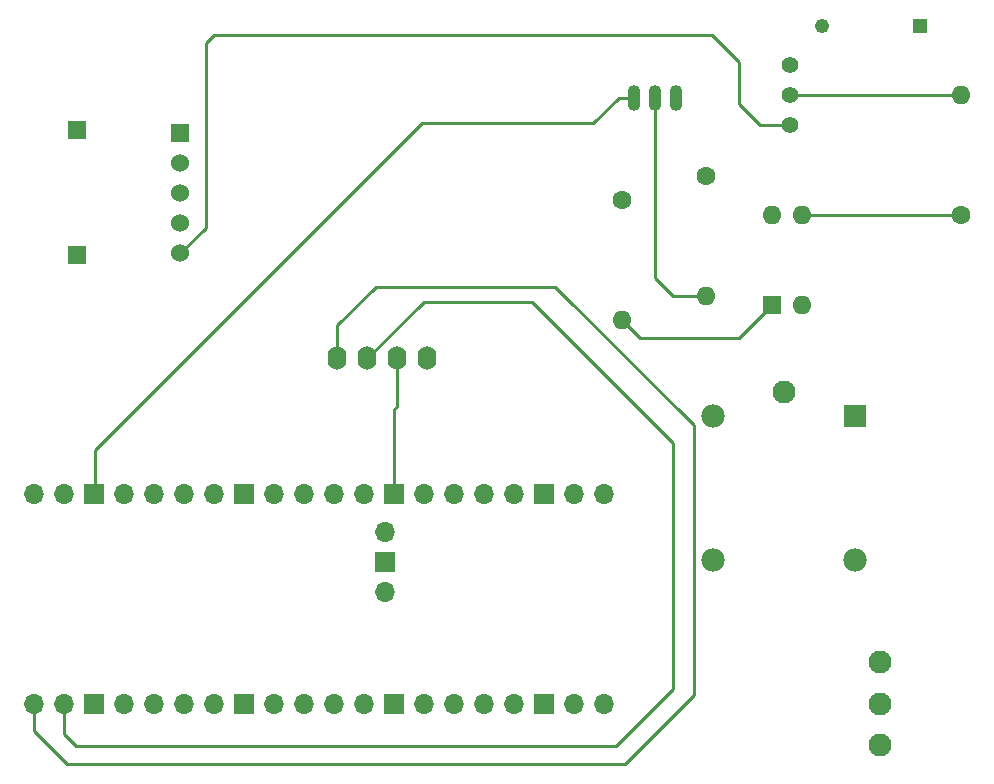
<source format=gbl>
%TF.GenerationSoftware,KiCad,Pcbnew,(6.0.11)*%
%TF.CreationDate,2023-04-01T22:46:31+02:00*%
%TF.ProjectId,thermostat,74686572-6d6f-4737-9461-742e6b696361,v01*%
%TF.SameCoordinates,Original*%
%TF.FileFunction,Copper,L2,Bot*%
%TF.FilePolarity,Positive*%
%FSLAX46Y46*%
G04 Gerber Fmt 4.6, Leading zero omitted, Abs format (unit mm)*
G04 Created by KiCad (PCBNEW (6.0.11)) date 2023-04-01 22:46:31*
%MOMM*%
%LPD*%
G01*
G04 APERTURE LIST*
%TA.AperFunction,ComponentPad*%
%ADD10O,1.600000X2.000000*%
%TD*%
%TA.AperFunction,ComponentPad*%
%ADD11C,1.238000*%
%TD*%
%TA.AperFunction,ComponentPad*%
%ADD12R,1.238000X1.238000*%
%TD*%
%TA.AperFunction,ComponentPad*%
%ADD13C,1.422400*%
%TD*%
%TA.AperFunction,ComponentPad*%
%ADD14C,1.600000*%
%TD*%
%TA.AperFunction,ComponentPad*%
%ADD15O,1.600000X1.600000*%
%TD*%
%TA.AperFunction,ComponentPad*%
%ADD16O,1.100000X2.200000*%
%TD*%
%TA.AperFunction,ComponentPad*%
%ADD17R,1.600000X1.600000*%
%TD*%
%TA.AperFunction,ComponentPad*%
%ADD18R,1.980000X1.980000*%
%TD*%
%TA.AperFunction,ComponentPad*%
%ADD19C,1.980000*%
%TD*%
%TA.AperFunction,ComponentPad*%
%ADD20C,1.935000*%
%TD*%
%TA.AperFunction,ComponentPad*%
%ADD21R,1.524000X1.524000*%
%TD*%
%TA.AperFunction,ComponentPad*%
%ADD22C,1.524000*%
%TD*%
%TA.AperFunction,ComponentPad*%
%ADD23C,1.950000*%
%TD*%
%TA.AperFunction,ComponentPad*%
%ADD24O,1.700000X1.700000*%
%TD*%
%TA.AperFunction,ComponentPad*%
%ADD25R,1.700000X1.700000*%
%TD*%
%TA.AperFunction,Conductor*%
%ADD26C,0.254000*%
%TD*%
G04 APERTURE END LIST*
D10*
%TO.P,Brd1,1,VCC*%
%TO.N,Net-(A1-Pad40)*%
X60008000Y-55812000D03*
%TO.P,Brd1,2,GND*%
%TO.N,GND*%
X57468000Y-55812000D03*
%TO.P,Brd1,3,SCL*%
%TO.N,Net-(A1-Pad2)*%
X54928000Y-55812000D03*
%TO.P,Brd1,4,SDA*%
%TO.N,Net-(A1-Pad1)*%
X52388000Y-55812000D03*
%TD*%
D11*
%TO.P,D1,A*%
%TO.N,Net-(D1-PadA)*%
X93390000Y-27686000D03*
D12*
%TO.P,D1,C*%
%TO.N,/MicroUSB connector/VBUS*%
X101682000Y-27686000D03*
%TD*%
D13*
%TO.P,T1,B*%
%TO.N,Net-(R3-Pad2)*%
X90677993Y-33528000D03*
%TO.P,T1,C*%
%TO.N,Net-(K1-PadA2)*%
X90677993Y-30988000D03*
%TO.P,T1,E*%
%TO.N,GND2*%
X90677993Y-36068000D03*
%TD*%
D14*
%TO.P,R2,1*%
%TO.N,Net-(A1-Pad36)*%
X76454000Y-42418000D03*
D15*
%TO.P,R2,2*%
%TO.N,Net-(R2-Pad2)*%
X76454000Y-52578000D03*
%TD*%
D16*
%TO.P,U1,1,GND*%
%TO.N,GND*%
X77478000Y-33766000D03*
%TO.P,U1,2,DQ*%
%TO.N,Net-(A1-Pad27)*%
X79248000Y-33766000D03*
%TO.P,U1,3,VDD*%
%TO.N,Net-(A1-Pad40)*%
X81018000Y-33766000D03*
%TD*%
D17*
%TO.P,U2,1*%
%TO.N,Net-(R2-Pad2)*%
X89149000Y-51298000D03*
D15*
%TO.P,U2,2*%
%TO.N,Net-(A1-Pad24)*%
X91689000Y-51298000D03*
%TO.P,U2,3*%
%TO.N,Net-(R3-Pad1)*%
X91689000Y-43678000D03*
%TO.P,U2,4*%
%TO.N,/MicroUSB connector/VBUS*%
X89149000Y-43678000D03*
%TD*%
D18*
%TO.P,K1,A1*%
%TO.N,Net-(J6-Pad5)*%
X96170000Y-60702000D03*
D19*
%TO.P,K1,A2*%
%TO.N,Net-(K1-PadA2)*%
X84170000Y-60702000D03*
D20*
%TO.P,K1,COM*%
%TO.N,Net-(K1-PadCOM)*%
X90170000Y-58702000D03*
D19*
%TO.P,K1,NC*%
%TO.N,Net-(K1-PadNC)*%
X96170000Y-72902000D03*
%TO.P,K1,NO*%
%TO.N,Net-(K1-PadNO)*%
X84170000Y-72902000D03*
%TD*%
D21*
%TO.P,J3,1,VBUS*%
%TO.N,/MicroUSB connector/VBUS*%
X39076000Y-36750000D03*
D22*
%TO.P,J3,2,D-*%
%TO.N,/MicroUSB connector/D-*%
X39076000Y-39290000D03*
%TO.P,J3,3,D+*%
%TO.N,/MicroUSB connector/D+*%
X39076000Y-41830000D03*
%TO.P,J3,4,ID*%
%TO.N,/MicroUSB connector/ID*%
X39076000Y-44370000D03*
%TO.P,J3,5,GND*%
%TO.N,GND2*%
X39076000Y-46910000D03*
D21*
%TO.P,J3,6,Shield*%
%TO.N,unconnected-(J3-Pad6)*%
X30326000Y-36530000D03*
%TO.P,J3,7*%
%TO.N,N/C*%
X30326000Y-47130000D03*
%TD*%
D14*
%TO.P,R1,1*%
%TO.N,Net-(A1-Pad40)*%
X83566000Y-40386000D03*
D15*
%TO.P,R1,2*%
%TO.N,Net-(A1-Pad27)*%
X83566000Y-50546000D03*
%TD*%
D14*
%TO.P,R3,1*%
%TO.N,Net-(R3-Pad1)*%
X105156000Y-43688000D03*
D15*
%TO.P,R3,2*%
%TO.N,Net-(R3-Pad2)*%
X105156000Y-33528000D03*
%TD*%
D23*
%TO.P,J1,1*%
%TO.N,Net-(K1-PadNO)*%
X98298000Y-88590000D03*
%TO.P,J1,2*%
%TO.N,Net-(K1-PadCOM)*%
X98298000Y-85090000D03*
%TO.P,J1,3*%
%TO.N,Net-(K1-PadNC)*%
X98298000Y-81590000D03*
%TD*%
D24*
%TO.P,A1,1,GPIO0*%
%TO.N,Net-(A1-Pad1)*%
X26670000Y-85090000D03*
%TO.P,A1,2,GPIO1*%
%TO.N,Net-(A1-Pad2)*%
X29210000Y-85090000D03*
D25*
%TO.P,A1,3,GND*%
%TO.N,GND*%
X31750000Y-85090000D03*
D24*
%TO.P,A1,4,GPIO2*%
%TO.N,unconnected-(A1-Pad4)*%
X34290000Y-85090000D03*
%TO.P,A1,5,GPIO3*%
%TO.N,unconnected-(A1-Pad5)*%
X36830000Y-85090000D03*
%TO.P,A1,6,GPIO4*%
%TO.N,unconnected-(A1-Pad6)*%
X39370000Y-85090000D03*
%TO.P,A1,7,GPIO5*%
%TO.N,unconnected-(A1-Pad7)*%
X41910000Y-85090000D03*
D25*
%TO.P,A1,8,GND*%
%TO.N,GND*%
X44450000Y-85090000D03*
D24*
%TO.P,A1,9,GPIO6*%
%TO.N,unconnected-(A1-Pad9)*%
X46990000Y-85090000D03*
%TO.P,A1,10,GPIO7*%
%TO.N,unconnected-(A1-Pad10)*%
X49530000Y-85090000D03*
%TO.P,A1,11,GPIO8*%
%TO.N,unconnected-(A1-Pad11)*%
X52070000Y-85090000D03*
%TO.P,A1,12,GPIO9*%
%TO.N,unconnected-(A1-Pad12)*%
X54610000Y-85090000D03*
D25*
%TO.P,A1,13,GND*%
%TO.N,GND*%
X57150000Y-85090000D03*
D24*
%TO.P,A1,14,GPIO10*%
%TO.N,unconnected-(A1-Pad14)*%
X59690000Y-85090000D03*
%TO.P,A1,15,GPIO11*%
%TO.N,unconnected-(A1-Pad15)*%
X62230000Y-85090000D03*
%TO.P,A1,16,GPIO12*%
%TO.N,unconnected-(A1-Pad16)*%
X64770000Y-85090000D03*
%TO.P,A1,17,GPIO13*%
%TO.N,unconnected-(A1-Pad17)*%
X67310000Y-85090000D03*
D25*
%TO.P,A1,18,GND*%
%TO.N,GND*%
X69850000Y-85090000D03*
D24*
%TO.P,A1,19,GPIO14*%
%TO.N,unconnected-(A1-Pad19)*%
X72390000Y-85090000D03*
%TO.P,A1,20,GPIO15*%
%TO.N,unconnected-(A1-Pad20)*%
X74930000Y-85090000D03*
%TO.P,A1,21,GPIO16*%
%TO.N,unconnected-(A1-Pad21)*%
X74930000Y-67310000D03*
%TO.P,A1,22,GPIO17*%
%TO.N,unconnected-(A1-Pad22)*%
X72390000Y-67310000D03*
D25*
%TO.P,A1,23,GND*%
%TO.N,GND*%
X69850000Y-67310000D03*
D24*
%TO.P,A1,24,GPIO18*%
%TO.N,Net-(A1-Pad24)*%
X67310000Y-67310000D03*
%TO.P,A1,25,GPIO19*%
%TO.N,unconnected-(A1-Pad25)*%
X64770000Y-67310000D03*
%TO.P,A1,26,GPIO20*%
%TO.N,unconnected-(A1-Pad26)*%
X62230000Y-67310000D03*
%TO.P,A1,27,GPIO21*%
%TO.N,Net-(A1-Pad27)*%
X59690000Y-67310000D03*
D25*
%TO.P,A1,28,GND*%
%TO.N,GND*%
X57150000Y-67310000D03*
D24*
%TO.P,A1,29,GPIO22*%
%TO.N,unconnected-(A1-Pad29)*%
X54610000Y-67310000D03*
%TO.P,A1,30,RUN*%
%TO.N,unconnected-(A1-Pad30)*%
X52070000Y-67310000D03*
%TO.P,A1,31,GPIO26_ADC0*%
%TO.N,unconnected-(A1-Pad31)*%
X49530000Y-67310000D03*
%TO.P,A1,32,GPIO27_ADC1*%
%TO.N,unconnected-(A1-Pad32)*%
X46990000Y-67310000D03*
D25*
%TO.P,A1,33,AGND*%
%TO.N,unconnected-(A1-Pad33)*%
X44450000Y-67310000D03*
D24*
%TO.P,A1,34,GPIO28_ADC2*%
%TO.N,unconnected-(A1-Pad34)*%
X41910000Y-67310000D03*
%TO.P,A1,35,ADC_VREF*%
%TO.N,unconnected-(A1-Pad35)*%
X39370000Y-67310000D03*
%TO.P,A1,36,3V3*%
%TO.N,Net-(A1-Pad36)*%
X36830000Y-67310000D03*
%TO.P,A1,37,3V3_EN*%
%TO.N,unconnected-(A1-Pad37)*%
X34290000Y-67310000D03*
D25*
%TO.P,A1,38,GND*%
%TO.N,GND*%
X31750000Y-67310000D03*
D24*
%TO.P,A1,39,VSYS*%
%TO.N,unconnected-(A1-Pad39)*%
X29210000Y-67310000D03*
%TO.P,A1,40,VBUS*%
%TO.N,Net-(A1-Pad40)*%
X26670000Y-67310000D03*
%TO.P,A1,41,SWCLK*%
%TO.N,unconnected-(A1-Pad41)*%
X56400000Y-75615900D03*
D25*
%TO.P,A1,42,SWGND*%
%TO.N,unconnected-(A1-Pad42)*%
X56400000Y-73075900D03*
D24*
%TO.P,A1,43,SWDIO*%
%TO.N,unconnected-(A1-Pad43)*%
X56400000Y-70535900D03*
%TD*%
D26*
%TO.N,Net-(A1-Pad1)*%
X26670000Y-87376000D02*
X29464000Y-90170000D01*
X52388000Y-55812000D02*
X52388000Y-53022000D01*
X29464000Y-90170000D02*
X76708000Y-90170000D01*
X76708000Y-90170000D02*
X82550000Y-84328000D01*
X82550000Y-61501418D02*
X82550000Y-84328000D01*
X26670000Y-85090000D02*
X26670000Y-87376000D01*
X70832582Y-49784000D02*
X82550000Y-61501418D01*
X52388000Y-53022000D02*
X55626000Y-49784000D01*
X55626000Y-49784000D02*
X70832582Y-49784000D01*
%TO.N,Net-(A1-Pad2)*%
X68834000Y-51054000D02*
X59686000Y-51054000D01*
X30226000Y-88646000D02*
X75946000Y-88646000D01*
X59686000Y-51054000D02*
X54928000Y-55812000D01*
X75946000Y-88646000D02*
X80772000Y-83820000D01*
X80772000Y-83820000D02*
X80772000Y-62992000D01*
X29210000Y-85090000D02*
X29210000Y-87630000D01*
X29210000Y-87630000D02*
X30226000Y-88646000D01*
X80772000Y-62992000D02*
X68834000Y-51054000D01*
%TO.N,GND*%
X76216000Y-33766000D02*
X74041000Y-35941000D01*
X31877000Y-63627000D02*
X31877000Y-67183000D01*
X74041000Y-35941000D02*
X59563000Y-35941000D01*
X31877000Y-67183000D02*
X31750000Y-67310000D01*
X59563000Y-35941000D02*
X31877000Y-63627000D01*
X57150000Y-60198000D02*
X57468000Y-59880000D01*
X77478000Y-33766000D02*
X76216000Y-33766000D01*
X57150000Y-60198000D02*
X57150000Y-67310000D01*
X57468000Y-59880000D02*
X57468000Y-55812000D01*
%TO.N,Net-(A1-Pad27)*%
X83566000Y-50546000D02*
X80772000Y-50546000D01*
X80772000Y-50546000D02*
X79243500Y-49017500D01*
X79243500Y-49017500D02*
X79248000Y-49013000D01*
X79248000Y-49013000D02*
X79248000Y-33766000D01*
%TO.N,GND2*%
X41910000Y-28448000D02*
X84074000Y-28448000D01*
X90677993Y-36068000D02*
X88138000Y-36068000D01*
X41215000Y-44771000D02*
X39076000Y-46910000D01*
X41215000Y-29143000D02*
X41910000Y-28448000D01*
X41215000Y-44771000D02*
X41215000Y-29143000D01*
X86360000Y-34290000D02*
X86360000Y-30734000D01*
X88138000Y-36068000D02*
X86360000Y-34290000D01*
X84074000Y-28448000D02*
X86360000Y-30734000D01*
%TO.N,Net-(R2-Pad2)*%
X77978000Y-54102000D02*
X76454000Y-52578000D01*
X89149000Y-51313000D02*
X86360000Y-54102000D01*
X89149000Y-51298000D02*
X89149000Y-51313000D01*
X86360000Y-54102000D02*
X77978000Y-54102000D01*
%TO.N,Net-(R3-Pad1)*%
X105146000Y-43678000D02*
X105156000Y-43688000D01*
X91689000Y-43678000D02*
X105146000Y-43678000D01*
%TO.N,Net-(R3-Pad2)*%
X90677993Y-33528000D02*
X105156000Y-33528000D01*
%TD*%
M02*

</source>
